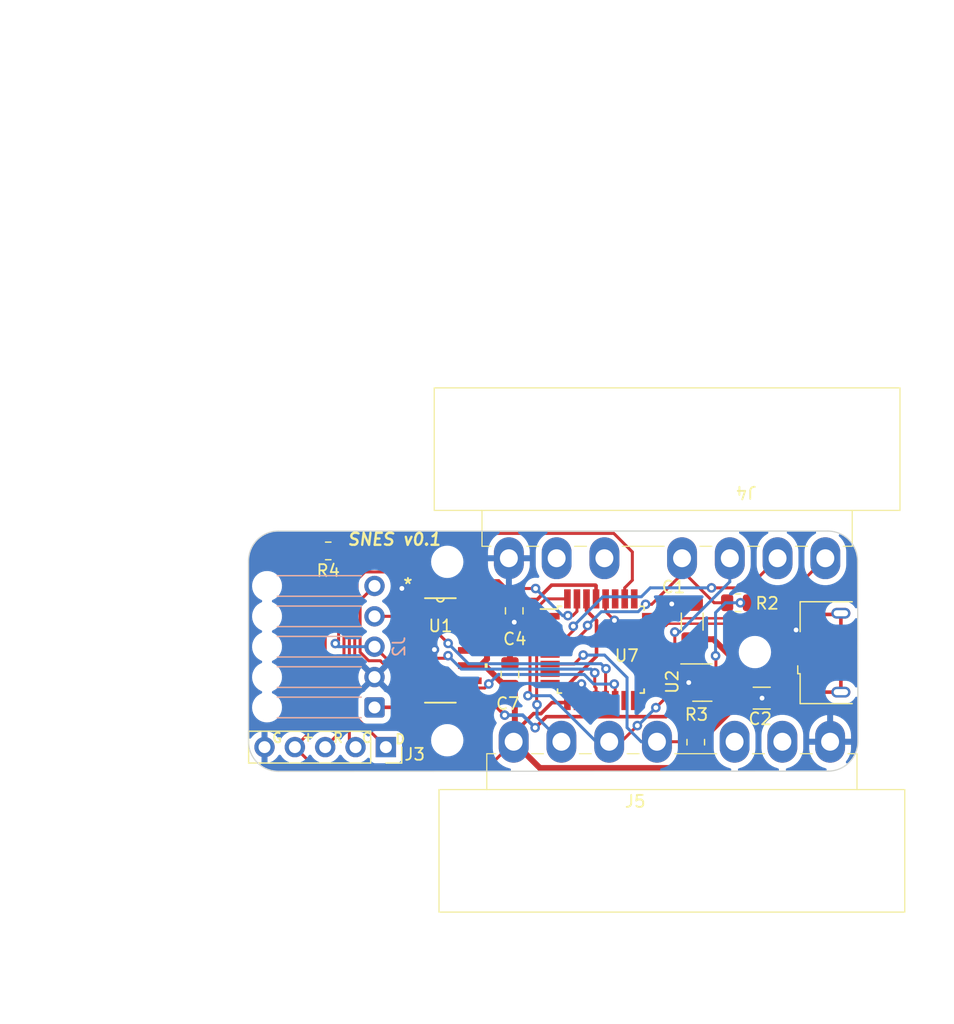
<source format=kicad_pcb>
(kicad_pcb (version 20221018) (generator pcbnew)
  (layers (0 "F.Cu" signal) (31 "B.Cu" signal) (34 "B.Paste" user) (35 "F.Paste" user) (36 "B.SilkS" user "B.Silkscreen") (37 "F.SilkS" user "F.Silkscreen") (38 "B.Mask" user) (39 "F.Mask" user) (44 "Edge.Cuts" user))
  (net 0 "")
  (net 1 "Net-(U7-VDDCORE)")
  (net 3 "+5V")
  (net 4 "/D-")
  (net 7 "/NES_DATA")
  (net 10 "/NES_LATCH_5V")
  (net 11 "/NES_CLOCK_5V")
  (net 12 "/NES_LATCH_3V")
  (net 13 "/D+")
  (net 25 "GND")
  (net 26 "unconnected-(J1-Shield-Pad6)")
  (net 27 "/RESET")
  (net 28 "+3V3")
  (net 29 "/SWCLK")
  (net 30 "/SWDIO")
  (net 32 "/NES_CLOCK_3V")
  (net 37 "/PAD_DATA_1")
  (net 38 "/PAD_LATCH")
  (net 39 "/PAD_CLOCK")
  (net 40 "/PAD_DATA_2")
  (footprint "Capacitor_SMD:C_0805_2012Metric" (layer "F.Cu") (at 144.86 70.925 -90)
    (fp_text reference "C4" (at 2.354 -0.047 -180) (layer "F.SilkS"))
    (fp_text value "1uF")
    (fp_line (start -0.261252 -0.735) (end 0.261252 -0.735) (stroke (width 0.12)) (layer "F.SilkS"))
    (fp_line (start -0.261252 0.735) (end 0.261252 0.735) (stroke (width 0.12)) (layer "F.SilkS"))
    (pad "1" smd roundrect (at -0.95 0 270) (size 1 1.45) (layers "F.Cu" "F.Paste" "F.Mask") (net 1 "Net-(U7-VDDCORE)"))
    (pad "2" smd roundrect (at 0.95 0 270) (size 1 1.45) (layers "F.Cu" "F.Paste" "F.Mask") (net 25 "GND"))
  )
  (footprint "MountingHole:MountingHole_2.2mm_M2" (layer "F.Cu") (at 139.25 66.825)
    (fp_text reference "H1")
    (fp_text value "MountingHole")
    (pad "" np_thru_hole circle (at 0 0) (size 2.2 2.2) (drill 2.2) (layers "*.Cu" "*.Mask"))
  )
  (footprint "Minor_Industries:SNES_Controller_Socket" (layer "F.Cu") (at 144.81 81.875)
    (fp_text reference "J5" (at 10.1808 4.993 unlocked) (layer "F.SilkS"))
    (fp_text value "SNES_Controller_Socket")
    (fp_line (start -6.25 4) (end -6.25 14.25) (stroke (width 0.1)) (layer "F.SilkS"))
    (fp_line (start -6.25 4) (end 32.75 4) (stroke (width 0.1)) (layer "F.SilkS"))
    (fp_line (start -6.25 14.25) (end 32.75 14.25) (stroke (width 0.1)) (layer "F.SilkS"))
    (fp_line (start -2.25 1) (end -2.25 4) (stroke (width 0.1)) (layer "F.SilkS"))
    (fp_line (start -2.25 1) (end -1.5 1) (stroke (width 0.1)) (layer "F.SilkS"))
    (fp_line (start 1.5 1) (end 2.5 1) (stroke (width 0.1)) (layer "F.SilkS"))
    (fp_line (start 5.5 1) (end 6.5 1) (stroke (width 0.1)) (layer "F.SilkS"))
    (fp_line (start 9.5 1) (end 10.5 1) (stroke (width 0.1)) (layer "F.SilkS"))
    (fp_line (start 13.5 1) (end 17 1) (stroke (width 0.1)) (layer "F.SilkS"))
    (fp_line (start 20 1) (end 21 1) (stroke (width 0.1)) (layer "F.SilkS"))
    (fp_line (start 24 1) (end 25 1) (stroke (width 0.1)) (layer "F.SilkS"))
    (fp_line (start 28 1) (end 28.75 1) (stroke (width 0.1)) (layer "F.SilkS"))
    (fp_line (start 28.75 1) (end 28.75 4) (stroke (width 0.1)) (layer "F.SilkS"))
    (fp_line (start 32.75 4) (end 32.75 14.25) (stroke (width 0.1)) (layer "F.SilkS"))
    (pad "1" thru_hole oval (at 0 0) (size 2.5 3.5) (drill 1.5) (layers "*.Cu" "*.Mask") (net 28 "+3V3"))
    (pad "2" thru_hole oval (at 4 0) (size 2.5 3.5) (drill 1.5) (layers "*.Cu" "*.Mask") (net 39 "/PAD_CLOCK"))
    (pad "3" thru_hole oval (at 8 0) (size 2.5 3.5) (drill 1.5) (layers "*.Cu" "*.Mask") (net 38 "/PAD_LATCH"))
    (pad "4" thru_hole oval (at 12 0) (size 2.5 3.5) (drill 1.5) (layers "*.Cu" "*.Mask") (net 40 "/PAD_DATA_2"))
    (pad "5" thru_hole oval (at 18.5 0) (size 2.5 3.5) (drill 1.5) (layers "*.Cu" "*.Mask"))
    (pad "6" thru_hole oval (at 22.5 0) (size 2.5 3.5) (drill 1.5) (layers "*.Cu" "*.Mask"))
    (pad "7" thru_hole oval (at 26.5 0) (size 2.5 3.5) (drill 1.5) (layers "*.Cu" "*.Mask") (net 25 "GND"))
  )
  (footprint "Package_QFP:TQFP-32_7x7mm_P0.8mm" (layer "F.Cu") (at 152.11 74.175)
    (fp_text reference "U7" (at 2.1696 0.501) (layer "F.SilkS"))
    (fp_text value "ATSAMD21E18A-A")
    (fp_line (start -3.625 -3.625) (end -3.625 -3.4) (stroke (width 0.15)) (layer "F.SilkS"))
    (fp_line (start -3.625 -3.625) (end -3.3 -3.625) (stroke (width 0.15)) (layer "F.SilkS"))
    (fp_line (start -3.625 -3.4) (end -5.05 -3.4) (stroke (width 0.15)) (layer "F.SilkS"))
    (fp_line (start -3.625 3.625) (end -3.625 3.3) (stroke (width 0.15)) (layer "F.SilkS"))
    (fp_line (start -3.625 3.625) (end -3.3 3.625) (stroke (width 0.15)) (layer "F.SilkS"))
    (fp_line (start 3.625 -3.625) (end 3.3 -3.625) (stroke (width 0.15)) (layer "F.SilkS"))
    (fp_line (start 3.625 -3.625) (end 3.625 -3.3) (stroke (width 0.15)) (layer "F.SilkS"))
    (fp_line (start 3.625 3.625) (end 3.3 3.625) (stroke (width 0.15)) (layer "F.SilkS"))
    (fp_line (start 3.625 3.625) (end 3.625 3.3) (stroke (width 0.15)) (layer "F.SilkS"))
    (pad "1" smd rect (at -4.25 -2.8) (size 1.6 0.55) (layers "F.Cu" "F.Paste" "F.Mask"))
    (pad "2" smd rect (at -4.25 -2) (size 1.6 0.55) (layers "F.Cu" "F.Paste" "F.Mask"))
    (pad "3" smd rect (at -4.25 -1.2) (size 1.6 0.55) (layers "F.Cu" "F.Paste" "F.Mask") (net 38 "/PAD_LATCH"))
    (pad "4" smd rect (at -4.25 -0.4) (size 1.6 0.55) (layers "F.Cu" "F.Paste" "F.Mask") (net 39 "/PAD_CLOCK"))
    (pad "5" smd rect (at -4.25 0.4) (size 1.6 0.55) (layers "F.Cu" "F.Paste" "F.Mask") (net 37 "/PAD_DATA_1"))
    (pad "6" smd rect (at -4.25 1.2) (size 1.6 0.55) (layers "F.Cu" "F.Paste" "F.Mask") (net 40 "/PAD_DATA_2"))
    (pad "7" smd rect (at -4.25 2) (size 1.6 0.55) (layers "F.Cu" "F.Paste" "F.Mask"))
    (pad "8" smd rect (at -4.25 2.8) (size 1.6 0.55) (layers "F.Cu" "F.Paste" "F.Mask"))
    (pad "9" smd rect (at -2.8 4.25 90) (size 1.6 0.55) (layers "F.Cu" "F.Paste" "F.Mask") (net 28 "+3V3"))
    (pad "10" smd rect (at -2 4.25 90) (size 1.6 0.55) (layers "F.Cu" "F.Paste" "F.Mask") (net 25 "GND"))
    (pad "11" smd rect (at -1.2 4.25 90) (size 1.6 0.55) (layers "F.Cu" "F.Paste" "F.Mask"))
    (pad "12" smd rect (at -0.4 4.25 90) (size 1.6 0.55) (layers "F.Cu" "F.Paste" "F.Mask") (net 7 "/NES_DATA"))
    (pad "13" smd rect (at 0.4 4.25 90) (size 1.6 0.55) (layers "F.Cu" "F.Paste" "F.Mask") (net 12 "/NES_LATCH_3V"))
    (pad "14" smd rect (at 1.2 4.25 90) (size 1.6 0.55) (layers "F.Cu" "F.Paste" "F.Mask") (net 32 "/NES_CLOCK_3V"))
    (pad "15" smd rect (at 2 4.25 90) (size 1.6 0.55) (layers "F.Cu" "F.Paste" "F.Mask"))
    (pad "16" smd rect (at 2.8 4.25 90) (size 1.6 0.55) (layers "F.Cu" "F.Paste" "F.Mask"))
    (pad "17" smd rect (at 4.25 2.8) (size 1.6 0.55) (layers "F.Cu" "F.Paste" "F.Mask"))
    (pad "18" smd rect (at 4.25 2) (size 1.6 0.55) (layers "F.Cu" "F.Paste" "F.Mask"))
    (pad "19" smd rect (at 4.25 1.2) (size 1.6 0.55) (layers "F.Cu" "F.Paste" "F.Mask"))
    (pad "20" smd rect (at 4.25 0.4) (size 1.6 0.55) (layers "F.Cu" "F.Paste" "F.Mask"))
    (pad "21" smd rect (at 4.25 -0.4) (size 1.6 0.55) (layers "F.Cu" "F.Paste" "F.Mask"))
    (pad "22" smd rect (at 4.25 -1.2) (size 1.6 0.55) (layers "F.Cu" "F.Paste" "F.Mask"))
    (pad "23" smd rect (at 4.25 -2) (size 1.6 0.55) (layers "F.Cu" "F.Paste" "F.Mask") (net 4 "/D-"))
    (pad "24" smd rect (at 4.25 -2.8) (size 1.6 0.55) (layers "F.Cu" "F.Paste" "F.Mask") (net 13 "/D+"))
    (pad "25" smd rect (at 2.8 -4.25 90) (size 1.6 0.55) (layers "F.Cu" "F.Paste" "F.Mask"))
    (pad "26" smd rect (at 2 -4.25 90) (size 1.6 0.55) (layers "F.Cu" "F.Paste" "F.Mask") (net 27 "/RESET"))
    (pad "27" smd rect (at 1.2 -4.25 90) (size 1.6 0.55) (layers "F.Cu" "F.Paste" "F.Mask"))
    (pad "28" smd rect (at 0.4 -4.25 90) (size 1.6 0.55) (layers "F.Cu" "F.Paste" "F.Mask") (net 25 "GND"))
    (pad "29" smd rect (at -0.4 -4.25 90) (size 1.6 0.55) (layers "F.Cu" "F.Paste" "F.Mask") (net 1 "Net-(U7-VDDCORE)"))
    (pad "30" smd rect (at -1.2 -4.25 90) (size 1.6 0.55) (layers "F.Cu" "F.Paste" "F.Mask") (net 28 "+3V3"))
    (pad "31" smd rect (at -2 -4.25 90) (size 1.6 0.55) (layers "F.Cu" "F.Paste" "F.Mask") (net 29 "/SWCLK"))
    (pad "32" smd rect (at -2.8 -4.25 90) (size 1.6 0.55) (layers "F.Cu" "F.Paste" "F.Mask") (net 30 "/SWDIO"))
  )
  (footprint "Resistor_SMD:R_0805_2012Metric" (layer "F.Cu") (at 163.6 70.25 180)
    (fp_text reference "R2" (at -2.4375 -0.05 180) (layer "F.SilkS"))
    (fp_text value "10k")
    (fp_line (start -0.227064 -0.735) (end 0.227064 -0.735) (stroke (width 0.12)) (layer "F.SilkS"))
    (fp_line (start -0.227064 0.735) (end 0.227064 0.735) (stroke (width 0.12)) (layer "F.SilkS"))
    (pad "1" smd roundrect (at -0.9125 0 180) (size 1.025 1.4) (layers "F.Cu" "F.Paste" "F.Mask") (roundrect_rratio 0.243902) (net 28 "+3V3"))
    (pad "2" smd roundrect (at 0.9125 0 180) (size 1.025 1.4) (layers "F.Cu" "F.Paste" "F.Mask") (roundrect_rratio 0.243902) (net 37 "/PAD_DATA_1"))
  )
  (footprint "Capacitor_SMD:C_0805_2012Metric" (layer "F.Cu") (at 144.5 76.25 90)
    (fp_text reference "C7" (at -2.4392 -0.1772) (layer "F.SilkS"))
    (fp_text value "1uF")
    (fp_line (start -0.261252 -0.735) (end 0.261252 -0.735) (stroke (width 0.12)) (layer "F.SilkS"))
    (fp_line (start -0.261252 0.735) (end 0.261252 0.735) (stroke (width 0.12)) (layer "F.SilkS"))
    (pad "1" smd roundrect (at -0.95 0 90) (size 1 1.45) (layers "F.Cu" "F.Paste" "F.Mask") (net 28 "+3V3"))
    (pad "2" smd roundrect (at 0.95 0 90) (size 1 1.45) (layers "F.Cu" "F.Paste" "F.Mask") (net 25 "GND"))
  )
  (footprint "Capacitor_SMD:C_1206_3216Metric" (layer "F.Cu") (at 159.76 71.825 90)
    (fp_text reference "C1" (at 2.8894 -1.5688) (layer "F.SilkS"))
    (fp_text value "10uF")
    (fp_line (start -0.711252 -0.91) (end 0.711252 -0.91) (stroke (width 0.12)) (layer "F.SilkS"))
    (fp_line (start -0.711252 0.91) (end 0.711252 0.91) (stroke (width 0.12)) (layer "F.SilkS"))
    (pad "1" smd roundrect (at -1.475 0 90) (size 1.15 1.8) (layers "F.Cu" "F.Paste" "F.Mask") (roundrect_rratio 0.217391) (net 3 "+5V"))
    (pad "2" smd roundrect (at 1.475 0 90) (size 1.15 1.8) (layers "F.Cu" "F.Paste" "F.Mask") (roundrect_rratio 0.217391) (net 25 "GND"))
  )
  (footprint "Package_TO_SOT_SMD:SOT-23-5" (layer "F.Cu") (at 160.61 76.925)
    (fp_text reference "U2" (at -2.5204 -0.0646 90) (layer "F.SilkS"))
    (fp_text value "AP2112K-3.3")
    (fp_line (start 0 -1.56) (end -1.8 -1.56) (stroke (width 0.12)) (layer "F.SilkS"))
    (fp_line (start 0 -1.56) (end 0.8 -1.56) (stroke (width 0.12)) (layer "F.SilkS"))
    (fp_line (start 0 1.56) (end -0.8 1.56) (stroke (width 0.12)) (layer "F.SilkS"))
    (fp_line (start 0 1.56) (end 0.8 1.56) (stroke (width 0.12)) (layer "F.SilkS"))
    (pad "1" smd roundrect (at -1.1375 -0.95) (size 1.325 0.6) (layers "F.Cu" "F.Paste" "F.Mask") (net 3 "+5V"))
    (pad "2" smd roundrect (at -1.1375 0) (size 1.325 0.6) (layers "F.Cu" "F.Paste" "F.Mask") (net 25 "GND"))
    (pad "3" smd roundrect (at -1.1375 0.95) (size 1.325 0.6) (layers "F.Cu" "F.Paste" "F.Mask") (net 3 "+5V"))
    (pad "4" smd roundrect (at 1.1375 0.95) (size 1.325 0.6) (layers "F.Cu" "F.Paste" "F.Mask"))
    (pad "5" smd roundrect (at 1.1375 -0.95) (size 1.325 0.6) (layers "F.Cu" "F.Paste" "F.Mask") (net 28 "+3V3"))
  )
  (footprint "Resistor_SMD:R_0805_2012Metric" (layer "F.Cu") (at 129.286 65.913)
    (fp_text reference "R4" (at 0 1.651 180) (layer "F.SilkS"))
    (fp_text value "10k")
    (fp_line (start -0.227064 -0.735) (end 0.227064 -0.735) (stroke (width 0.12)) (layer "F.SilkS"))
    (fp_line (start -0.227064 0.735) (end 0.227064 0.735) (stroke (width 0.12)) (layer "F.SilkS"))
    (pad "1" smd roundrect (at -0.9125 0) (size 1.025 1.4) (layers "F.Cu" "F.Paste" "F.Mask") (roundrect_rratio 0.243902) (net 28 "+3V3"))
    (pad "2" smd roundrect (at 0.9125 0) (size 1.025 1.4) (layers "F.Cu" "F.Paste" "F.Mask") (roundrect_rratio 0.243902) (net 7 "/NES_DATA"))
  )
  (footprint "Resistor_SMD:R_0805_2012Metric" (layer "F.Cu") (at 160.06 81.9125 90)
    (fp_text reference "R3" (at 2.3089 0.0616 180) (layer "F.SilkS"))
    (fp_text value "10k")
    (fp_line (start -0.227064 -0.735) (end 0.227064 -0.735) (stroke (width 0.12)) (layer "F.SilkS"))
    (fp_line (start -0.227064 0.735) (end 0.227064 0.735) (stroke (width 0.12)) (layer "F.SilkS"))
    (pad "1" smd roundrect (at -0.9125 0 90) (size 1.025 1.4) (layers "F.Cu" "F.Paste" "F.Mask") (roundrect_rratio 0.243902) (net 28 "+3V3"))
    (pad "2" smd roundrect (at 0.9125 0 90) (size 1.025 1.4) (layers "F.Cu" "F.Paste" "F.Mask") (roundrect_rratio 0.243902) (net 40 "/PAD_DATA_2"))
  )
  (footprint "Minor_Industries:SNES_Controller_Socket" (layer "F.Cu") (at 170.91 66.525 180)
    (fp_text reference "J4" (at 6.6228 5.5142 180 unlocked) (layer "F.SilkS"))
    (fp_text value "SNES_Controller_Socket")
    (fp_line (start -6.25 4) (end -6.25 14.25) (stroke (width 0.1)) (layer "F.SilkS"))
    (fp_line (start -6.25 4) (end 32.75 4) (stroke (width 0.1)) (layer "F.SilkS"))
    (fp_line (start -6.25 14.25) (end 32.75 14.25) (stroke (width 0.1)) (layer "F.SilkS"))
    (fp_line (start -2.25 1) (end -2.25 4) (stroke (width 0.1)) (layer "F.SilkS"))
    (fp_line (start -2.25 1) (end -1.5 1) (stroke (width 0.1)) (layer "F.SilkS"))
    (fp_line (start 1.5 1) (end 2.5 1) (stroke (width 0.1)) (layer "F.SilkS"))
    (fp_line (start 5.5 1) (end 6.5 1) (stroke (width 0.1)) (layer "F.SilkS"))
    (fp_line (start 9.5 1) (end 10.5 1) (stroke (width 0.1)) (layer "F.SilkS"))
    (fp_line (start 13.5 1) (end 17 1) (stroke (width 0.1)) (layer "F.SilkS"))
    (fp_line (start 20 1) (end 21 1) (stroke (width 0.1)) (layer "F.SilkS"))
    (fp_line (start 24 1) (end 25 1) (stroke (width 0.1)) (layer "F.SilkS"))
    (fp_line (start 28 1) (end 28.75 1) (stroke (width 0.1)) (layer "F.SilkS"))
    (fp_line (start 28.75 1) (end 28.75 4) (stroke (width 0.1)) (layer "F.SilkS"))
    (fp_line (start 32.75 4) (end 32.75 14.25) (stroke (width 0.1)) (layer "F.SilkS"))
    (pad "1" thru_hole oval (at 0 0 180) (size 2.5 3.5) (drill 1.5) (layers "*.Cu" "*.Mask") (net 28 "+3V3"))
    (pad "2" thru_hole oval (at 4 0 180) (size 2.5 3.5) (drill 1.5) (layers "*.Cu" "*.Mask") (net 39 "/PAD_CLOCK"))
    (pad "3" thru_hole oval (at 8 0 180) (size 2.5 3.5) (drill 1.5) (layers "*.Cu" "*.Mask") (net 38 "/PAD_LATCH"))
    (pad "4" thru_hole oval (at 12 0 180) (size 2.5 3.5) (drill 1.5) (layers "*.Cu" "*.Mask") (net 37 "/PAD_DATA_1"))
    (pad "5" thru_hole oval (at 18.5 0 180) (size 2.5 3.5) (drill 1.5) (layers "*.Cu" "*.Mask"))
    (pad "6" thru_hole oval (at 22.5 0 180) (size 2.5 3.5) (drill 1.5) (layers "*.Cu" "*.Mask"))
    (pad "7" thru_hole oval (at 26.5 0 180) (size 2.5 3.5) (drill 1.5) (layers "*.Cu" "*.Mask") (net 25 "GND"))
  )
  (footprint "Capacitor_SMD:C_1206_3216Metric" (layer "F.Cu") (at 165.585 78.225)
    (fp_text reference "C2" (at -0.1294 1.7342 180) (layer "F.SilkS"))
    (fp_text value "10uF")
    (fp_line (start -0.711252 -0.91) (end 0.711252 -0.91) (stroke (width 0.12)) (layer "F.SilkS"))
    (fp_line (start -0.711252 0.91) (end 0.711252 0.91) (stroke (width 0.12)) (layer "F.SilkS"))
    (pad "1" smd roundrect (at -1.475 0) (size 1.15 1.8) (layers "F.Cu" "F.Paste" "F.Mask") (roundrect_rratio 0.217391) (net 28 "+3V3"))
    (pad "2" smd roundrect (at 1.475 0) (size 1.15 1.8) (layers "F.Cu" "F.Paste" "F.Mask") (roundrect_rratio 0.217391) (net 25 "GND"))
  )
  (footprint "Connector_USB:USB_Micro-B_Amphenol_10118193-0001LF_Horizontal" (layer "F.Cu") (at 172.21 74.425 90)
    (fp_text reference "J1")
    (fp_text value "USB_B_Micro")
    (fp_line (start -4.26 -3.41) (end -4.26 0.95) (stroke (width 0.12)) (layer "F.SilkS"))
    (fp_line (start -4.26 -3.41) (end -1.76 -3.41) (stroke (width 0.12)) (layer "F.SilkS"))
    (fp_line (start -1.76 -3.41) (end -1.76 -3.61) (stroke (width 0.12)) (layer "F.SilkS"))
    (fp_line (start -1.1 -3.61) (end -1.76 -3.61) (stroke (width 0.12)) (layer "F.SilkS"))
    (fp_line (start 1.76 -3.41) (end 4.26 -3.41) (stroke (width 0.12)) (layer "F.SilkS"))
    (fp_line (start 4.26 -3.41) (end 4.26 0.95) (stroke (width 0.12)) (layer "F.SilkS"))
    (pad "1" smd roundrect (at -1.3 -2.675 90) (size 0.4 1.35) (layers "F.Cu" "F.Paste" "F.Mask") (net 3 "+5V"))
    (pad "2" smd roundrect (at -0.65 -2.675 90) (size 0.4 1.35) (layers "F.Cu" "F.Paste" "F.Mask") (net 4 "/D-"))
    (pad "3" smd roundrect (at 0 -2.675 90) (size 0.4 1.35) (layers "F.Cu" "F.Paste" "F.Mask") (net 13 "/D+"))
    (pad "4" smd roundrect (at 0.65 -2.675 90) (size 0.4 1.35) (layers "F.Cu" "F.Paste" "F.Mask"))
    (pad "5" smd roundrect (at 1.3 -2.675 90) (size 0.4 1.35) (layers "F.Cu" "F.Paste" "F.Mask") (net 25 "GND"))
    (pad "6" thru_hole oval (at -3.3 0 180) (size 1.6 0.9) (drill oval 1.2 0.5) (layers "*.Cu" "*.Mask" "F.Paste") (net 26 "unconnected-(J1-Shield-Pad6)"))
    (pad "6" smd roundrect (at -3.2 -2.45 90) (size 1.6 1.4) (layers "F.Cu" "F.Paste" "F.Mask") (roundrect_rratio 0.1785714286) (net 26 "unconnected-(J1-Shield-Pad6)"))
    (pad "6" smd roundrect (at -1.2 0 90) (size 1.9 1.9) (layers "F.Cu" "F.Paste" "F.Mask") (roundrect_rratio 0.1315789474) (net 26 "unconnected-(J1-Shield-Pad6)"))
    (pad "6" smd roundrect (at 1.2 0 90) (size 1.9 1.9) (layers "F.Cu" "F.Paste" "F.Mask") (roundrect_rratio 0.1315789474) (net 26 "unconnected-(J1-Shield-Pad6)"))
    (pad "6" smd roundrect (at 3.2 -2.45 90) (size 1.6 1.4) (layers "F.Cu" "F.Paste" "F.Mask") (roundrect_rratio 0.1785714286) (net 26 "unconnected-(J1-Shield-Pad6)"))
    (pad "6" thru_hole oval (at 3.3 0 180) (size 1.6 0.9) (drill oval 1.2 0.5) (layers "*.Cu" "*.Mask" "F.Paste") (net 26 "unconnected-(J1-Shield-Pad6)"))
  )
  (footprint "Connector_PinSocket_2.54mm:PinSocket_1x05_P2.54mm_Vertical" (layer "F.Cu") (at 134.11 82.325 -90)
    (fp_text reference "J3" (at 0.606 -2.415) (layer "F.SilkS"))
    (fp_text value "Conn_01x05")
    (fp_line (start -1.33 1.27) (end -1.33 11.49) (stroke (width 0.12)) (layer "F.SilkS"))
    (fp_line (start -1.33 1.27) (end 1.33 1.27) (stroke (width 0.12)) (layer "F.SilkS"))
    (fp_line (start -1.33 11.49) (end 1.33 11.49) (stroke (width 0.12)) (layer "F.SilkS"))
    (fp_line (start 0 -1.33) (end 1.33 -1.33) (stroke (width 0.12)) (layer "F.SilkS"))
    (fp_line (start 1.33 -1.33) (end 1.33 0) (stroke (width 0.12)) (layer "F.SilkS"))
    (fp_line (start 1.33 1.27) (end 1.33 11.49) (stroke (width 0.12)) (layer "F.SilkS"))
    (pad "1" thru_hole rect (at 0 0 270) (size 1.7 1.7) (drill 1) (layers "*.Cu" "*.Mask") (net 30 "/SWDIO"))
    (pad "2" thru_hole oval (at 0 2.54 270) (size 1.7 1.7) (drill 1) (layers "*.Cu" "*.Mask") (net 29 "/SWCLK"))
    (pad "3" thru_hole oval (at 0 5.08 270) (size 1.7 1.7) (drill 1) (layers "*.Cu" "*.Mask") (net 27 "/RESET"))
    (pad "4" thru_hole oval (at 0 7.62 270) (size 1.7 1.7) (drill 1) (layers "*.Cu" "*.Mask") (net 28 "+3V3"))
    (pad "5" thru_hole oval (at 0 10.16 270) (size 1.7 1.7) (drill 1) (layers "*.Cu" "*.Mask") (net 25 "GND"))
  )
  (footprint "Minor_Industries:SN74LVC125ADR" (layer "F.Cu") (at 138.6738 74.235)
    (fp_text reference "U1" (at 0.0102 -2.0482 unlocked) (layer "F.SilkS"))
    (fp_text value "SN74LVC125ADR")
    (fp_text user "*" (at -2.7178 -5.5118 unlocked) (layer "F.SilkS"))
    (fp_text user "*" (at -2.7178 -5.5118) (layer "F.SilkS"))
    (fp_line (start -1.292503 4.3688) (end 1.292503 4.3688) (stroke (width 0.1524)) (layer "F.SilkS"))
    (fp_line (start 1.292503 -4.3688) (end -1.292503 -4.3688) (stroke (width 0.1524)) (layer "F.SilkS"))
    (fp_arc (start 0.3048 -4.3688) (mid 0 -4.064) (end -0.3048 -4.3688) (stroke (width 0.1524)) (layer "F.SilkS"))
    (fp_poly (pts (xy 3.9624 1.0795) (xy 3.9624 1.4605) (xy 3.7084 1.4605) (xy 3.7084 1.0795)) (fill solid) (layer "F.SilkS"))
    (pad "1" smd rect (at -2.4638 -3.81) (size 1.9812 0.5588) (layers "F.Cu" "F.Paste" "F.Mask") (net 25 "GND"))
    (pad "2" smd rect (at -2.4638 -2.54) (size 1.9812 0.5588) (layers "F.Cu" "F.Paste" "F.Mask") (net 10 "/NES_LATCH_5V"))
    (pad "3" smd rect (at -2.4638 -1.27) (size 1.9812 0.5588) (layers "F.Cu" "F.Paste" "F.Mask") (net 12 "/NES_LATCH_3V"))
    (pad "4" smd rect (at -2.4638 0) (size 1.9812 0.5588) (layers "F.Cu" "F.Paste" "F.Mask") (net 25 "GND"))
    (pad "5" smd rect (at -2.4638 1.27) (size 1.9812 0.5588) (layers "F.Cu" "F.Paste" "F.Mask") (net 11 "/NES_CLOCK_5V"))
    (pad "6" smd rect (at -2.4638 2.54) (size 1.9812 0.5588) (layers "F.Cu" "F.Paste" "F.Mask") (net 32 "/NES_CLOCK_3V"))
    (pad "7" smd rect (at -2.4638 3.81) (size 1.9812 0.5588) (layers "F.Cu" "F.Paste" "F.Mask") (net 25 "GND"))
    (pad "8" smd rect (at 2.4638 3.81) (size 1.9812 0.5588) (layers "F.Cu" "F.Paste" "F.Mask"))
    (pad "9" smd rect (at 2.4638 2.54) (size 1.9812 0.5588) (layers "F.Cu" "F.Paste" "F.Mask"))
    (pad "10" smd rect (at 2.4638 1.27) (size 1.9812 0.5588) (layers "F.Cu" "F.Paste" "F.Mask") (net 28 "+3V3"))
    (pad "11" smd rect (at 2.4638 0) (size 1.9812 0.5588) (layers "F.Cu" "F.Paste" "F.Mask"))
    (pad "12" smd rect (at 2.4638 -1.27) (size 1.9812 0.5588) (layers "F.Cu" "F.Paste" "F.Mask"))
    (pad "13" smd rect (at 2.4638 -2.54) (size 1.9812 0.5588) (layers "F.Cu" "F.Paste" "F.Mask") (net 28 "+3V3"))
    (pad "14" smd rect (at 2.4638 -3.81) (size 1.9812 0.5588) (layers "F.Cu" "F.Paste" "F.Mask") (net 28 "+3V3"))
  )
  (footprint "MountingHole:MountingHole_2.2mm_M2" (layer "F.Cu") (at 139.25 81.75)
    (fp_text reference "H3")
    (fp_text value "MountingHole")
    (pad "" np_thru_hole circle (at 0 0) (size 2.2 2.2) (drill 2.2) (layers "*.Cu" "*.Mask"))
  )
  (footprint "MountingHole:MountingHole_2.2mm_M2" (layer "F.Cu") (at 165.01 74.375)
    (fp_text reference "H2")
    (fp_text value "MountingHole")
    (pad "" np_thru_hole circle (at 0 0) (size 2.2 2.2) (drill 2.2) (layers "*.Cu" "*.Mask"))
  )
  (footprint "Connector_Wire:SolderWire-0.15sqmm_1x05_P4mm_D0.5mm_OD1.5mm_Relief" (layer "B.Cu") (at 133.16 79.005 90)
    (fp_text reference "J2" (at 5.08 2.05 90) (layer "B.SilkS") (effects (justify mirror)))
    (fp_text value "NES")
    (fp_line (start -0.86 -1.11) (end -0.86 -8.14) (stroke (width 0.12)) (layer "B.SilkS"))
    (fp_line (start 0.86 -1.11) (end 0.86 -8.14) (stroke (width 0.12)) (layer "B.SilkS"))
    (fp_line (start 1.68 -1.11) (end 1.68 -8.14) (stroke (width 0.12)) (layer "B.SilkS"))
    (fp_line (start 3.4 -1.11) (end 3.4 -8.14) (stroke (width 0.12)) (layer "B.SilkS"))
    (fp_line (start 4.22 -1.11) (end 4.22 -8.14) (stroke (width 0.12)) (layer "B.SilkS"))
    (fp_line (start 5.94 -1.11) (end 5.94 -8.14) (stroke (width 0.12)) (layer "B.SilkS"))
    (fp_line (start 6.76 -1.11) (end 6.76 -8.14) (stroke (width 0.12)) (layer "B.SilkS"))
    (fp_line (start 8.48 -1.11) (end 8.48 -8.14) (stroke (width 0.12)) (layer "B.SilkS"))
    (fp_line (start 9.3 -1.11) (end 9.3 -8.14) (stroke (width 0.12)) (layer "B.SilkS"))
    (fp_line (start 11.02 -1.11) (end 11.02 -8.14) (stroke (width 0.12)) (layer "B.SilkS"))
    (pad "" np_thru_hole circle (at 0 -9 90) (size 2 2) (drill 2) (layers "*.Cu" "*.Mask"))
    (pad "" np_thru_hole circle (at 2.54 -9 90) (size 2 2) (drill 2) (layers "*.Cu" "*.Mask"))
    (pad "" np_thru_hole circle (at 5.08 -9 90) (size 2 2) (drill 2) (layers "*.Cu" "*.Mask"))
    (pad "" np_thru_hole circle (at 7.62 -9 90) (size 2 2) (drill 2) (layers "*.Cu" "*.Mask"))
    (pad "" np_thru_hole circle (at 10.16 -9 90) (size 2 2) (drill 2) (layers "*.Cu" "*.Mask"))
    (pad "1" thru_hole roundrect (at 0 0 90) (size 1.7 1.7) (drill 1) (layers "*.Cu" "*.Mask") (roundrect_rratio 0.147059) (net 3 "+5V"))
    (pad "2" thru_hole circle (at 2.54 0 90) (size 1.7 1.7) (drill 1) (layers "*.Cu" "*.Mask") (net 25 "GND"))
    (pad "3" thru_hole circle (at 5.08 0 90) (size 1.7 1.7) (drill 1) (layers "*.Cu" "*.Mask") (net 7 "/NES_DATA"))
    (pad "4" thru_hole circle (at 7.62 0 90) (size 1.7 1.7) (drill 1) (layers "*.Cu" "*.Mask") (net 10 "/NES_LATCH_5V"))
    (pad "5" thru_hole circle (at 10.16 0 90) (size 1.7 1.7) (drill 1) (layers "*.Cu" "*.Mask") (net 11 "/NES_CLOCK_5V"))
  )
  (gr_arc (start 122.61 66.75) (mid 123.342236 64.982248) (end 125.11 64.25) (stroke (width 0.1)) (layer "Edge.Cuts"))
  (gr_line (start 125.11 84.35) (end 171.142239 84.332219) (stroke (width 0.1)) (layer "Edge.Cuts"))
  (gr_arc (start 171.11 64.25) (mid 172.877767 64.982233) (end 173.61 66.75) (stroke (width 0.1)) (layer "Edge.Cuts"))
  (gr_line (start 125.11 64.25) (end 171.11 64.25) (stroke (width 0.1)) (layer "Edge.Cuts"))
  (gr_line (start 173.61 66.75) (end 173.642239 81.832219) (stroke (width 0.1)) (layer "Edge.Cuts"))
  (gr_arc (start 173.642239 81.832219) (mid 172.909996 83.599952) (end 171.142239 84.332219) (stroke (width 0.1)) (layer "Edge.Cuts"))
  (gr_arc (start 125.11 84.35) (mid 123.342205 83.617782) (end 122.61 81.85) (stroke (width 0.1)) (layer "Edge.Cuts"))
  (gr_line (start 122.61 66.75) (end 122.61 81.85) (stroke (width 0.1)) (layer "Edge.Cuts"))
  (gr_text "G" (at 124.51 82.025) (layer "F.SilkS") (effects (font (size 0.8 0.8)) (justify left bottom)))
  (gr_text "SNES v0.1" (at 130.81 65.532) (layer "F.SilkS") (effects (font (size 1 1) (thickness 0.2) bold italic) (justify left bottom)))
  (gr_text "C" (at 132.01 82.025) (layer "F.SilkS") (effects (font (size 0.8 0.8)) (justify left bottom)))
  (gr_text "+" (at 127.01 81.925) (layer "F.SilkS") (effects (font (size 0.8 0.8)) (justify left bottom)))
  (gr_text "D" (at 134.81 82.125) (layer "F.SilkS") (effects (font (size 0.8 0.8)) (justify left bottom)))
  (gr_text "R" (at 129.61 82.025) (layer "F.SilkS") (effects (font (size 0.8 0.8)) (justify left bottom)))
  (segment (start 151.71 68.825) (end 151.71 69.925) (width 0.3) (layer "F.Cu") (net 1))
  (segment (start 144.86 69.975) (end 144.862 69.977) (width 0.3) (layer "F.Cu") (net 1))
  (segment (start 147.989339 68.7745) (end 151.6595 68.7745) (width 0.3) (layer "F.Cu") (net 1))
  (segment (start 151.6595 68.7745) (end 151.71 68.825) (width 0.3) (layer "F.Cu") (net 1))
  (segment (start 146.786839 69.977) (end 147.989339 68.7745) (width 0.3) (layer "F.Cu") (net 1))
  (segment (start 144.862 69.977) (end 146.786839 69.977) (width 0.3) (layer "F.Cu") (net 1))
  (segment (start 143.4045 78.994) (end 133.171 78.994) (width 0.3) (layer "F.Cu") (net 3))
  (segment (start 161.535 73.3) (end 159.76 73.3) (width 0.5) (layer "F.Cu") (net 3))
  (segment (start 144.0605 79.65) (end 143.4045 78.994) (width 0.3) (layer "F.Cu") (net 3))
  (segment (start 146.628788 80.700057) (end 147.553845 79.775) (width 0.3) (layer "F.Cu") (net 3))
  (segment (start 160.585 76.526472) (end 160.585 77.323528) (width 0.5) (layer "F.Cu") (net 3))
  (segment (start 159.4725 75.975) (end 160.033528 75.975) (width 0.5) (layer "F.Cu") (net 3))
  (segment (start 164.21 75.975) (end 161.535 73.3) (width 0.5) (layer "F.Cu") (net 3))
  (segment (start 169.285 75.975) (end 164.21 75.975) (width 0.5) (layer "F.Cu") (net 3))
  (segment (start 160.033528 77.875) (end 159.4725 77.875) (width 0.5) (layer "F.Cu") (net 3))
  (segment (start 160.033528 75.975) (end 160.585 76.526472) (width 0.5) (layer "F.Cu") (net 3))
  (segment (start 133.171 78.994) (end 133.16 79.005) (width 0.3) (layer "F.Cu") (net 3))
  (segment (start 160.585 77.323528) (end 160.033528 77.875) (width 0.5) (layer "F.Cu") (net 3))
  (segment (start 157.5725 79.775) (end 159.4725 77.875) (width 0.3) (layer "F.Cu") (net 3))
  (segment (start 159.76 75.6875) (end 159.4725 75.975) (width 0.5) (layer "F.Cu") (net 3))
  (segment (start 169.535 75.725) (end 169.285 75.975) (width 0.5) (layer "F.Cu") (net 3))
  (segment (start 147.553845 79.775) (end 157.5725 79.775) (width 0.3) (layer "F.Cu") (net 3))
  (segment (start 159.76 73.3) (end 159.76 75.6875) (width 0.5) (layer "F.Cu") (net 3))
  (segment (start 146.610459 80.700057) (end 146.628788 80.700057) (width 0.3) (layer "F.Cu") (net 3))
  (via (at 146.610459 80.700057) (size 0.8) (drill 0.4) (layers "F.Cu" "B.Cu") (net 3))
  (via (at 144.0605 79.65) (size 0.8) (drill 0.4) (layers "F.Cu" "B.Cu") (net 3))
  (segment (start 146.610459 80.700057) (end 145.560402 79.65) (width 0.3) (layer "B.Cu") (net 3))
  (segment (start 145.560402 79.65) (end 144.0605 79.65) (width 0.3) (layer "B.Cu") (net 3))
  (segment (start 169.385 74.925) (end 169.535 75.075) (width 0.2) (layer "F.Cu") (net 4))
  (segment (start 157.560001 72.175) (end 157.735001 72) (width 0.2) (layer "F.Cu") (net 4))
  (segment (start 157.735001 72) (end 165.869315 72) (width 0.2) (layer "F.Cu") (net 4))
  (segment (start 156.36 72.175) (end 157.560001 72.175) (width 0.2) (layer "F.Cu") (net 4))
  (segment (start 165.869315 72) (end 168.794315 74.925) (width 0.2) (layer "F.Cu") (net 4))
  (segment (start 168.794315 74.925) (end 169.385 74.925) (width 0.2) (layer "F.Cu") (net 4))
  (segment (start 134.126025 74.891025) (end 133.16 73.925) (width 0.25) (layer "F.Cu") (net 7))
  (segment (start 129.8785 73.66) (end 130.153 73.3855) (width 0.25) (layer "F.Cu") (net 7))
  (segment (start 151.601882 76.109118) (end 151.601882 77.266882) (width 0.25) (layer "F.Cu") (net 7))
  (segment (start 130.153 65.9585) (end 130.1985 65.913) (width 0.25) (layer "F.Cu") (net 7))
  (segment (start 139.103975 74.891025) (end 134.126025 74.891025) (width 0.25) (layer "F.Cu") (net 7))
  (segment (start 139.319 74.676) (end 139.103975 74.891025) (width 0.25) (layer "F.Cu") (net 7))
  (segment (start 151.601882 77.266882) (end 151.71 77.375) (width 0.25) (layer "F.Cu") (net 7))
  (segment (start 130.153 73.3855) (end 130.153 65.9585) (width 0.25) (layer "F.Cu") (net 7))
  (segment (start 151.71 77.375) (end 151.71 78.425) (width 0.25) (layer "F.Cu") (net 7))
  (via (at 129.8785 73.66) (size 0.8) (drill 0.4) (layers "F.Cu" "B.Cu") (net 7))
  (via (at 139.319 74.676) (size 0.8) (drill 0.4) (layers "F.Cu" "B.Cu") (net 7))
  (via (at 151.601882 76.109118) (size 0.8) (drill 0.4) (layers "F.Cu" "B.Cu") (net 7))
  (segment (start 129.8785 73.66) (end 130.1435 73.925) (width 0.25) (layer "B.Cu") (net 7))
  (segment (start 140.443 75.8) (end 139.319 74.676) (width 0.25) (layer "B.Cu") (net 7))
  (segment (start 151.601882 76.109118) (end 151.292764 75.8) (width 0.25) (layer "B.Cu") (net 7))
  (segment (start 130.1435 73.925) (end 133.16 73.925) (width 0.25) (layer "B.Cu") (net 7))
  (segment (start 151.292764 75.8) (end 140.443 75.8) (width 0.25) (layer "B.Cu") (net 7))
  (segment (start 135.9 71.385) (end 136.21 71.695) (width 0.25) (layer "F.Cu") (net 10))
  (segment (start 133.16 71.385) (end 135.9 71.385) (width 0.25) (layer "F.Cu") (net 10))
  (segment (start 131.953 70.052) (end 133.16 68.845) (width 0.25) (layer "F.Cu") (net 11))
  (segment (start 132.673299 75.1) (end 131.953 74.379701) (width 0.25) (layer "F.Cu") (net 11))
  (segment (start 133.646701 75.1) (end 132.673299 75.1) (width 0.25) (layer "F.Cu") (net 11))
  (segment (start 131.953 74.379701) (end 131.953 70.052) (width 0.25) (layer "F.Cu") (net 11))
  (segment (start 136.21 75.505) (end 134.051701 75.505) (width 0.25) (layer "F.Cu") (net 11))
  (segment (start 134.051701 75.505) (end 133.646701 75.1) (width 0.25) (layer "F.Cu") (net 11))
  (segment (start 132.905 69.1) (end 133.16 68.845) (width 0.25) (layer "B.Cu") (net 11))
  (segment (start 152.51 75.798905) (end 152.51 78.425) (width 0.25) (layer "F.Cu") (net 12))
  (segment (start 152.541249 75.767656) (end 152.51 75.798905) (width 0.25) (layer "F.Cu") (net 12))
  (segment (start 138.640849 72.965) (end 136.21 72.965) (width 0.25) (layer "F.Cu") (net 12))
  (segment (start 139.324723 73.648874) (end 138.640849 72.965) (width 0.25) (layer "F.Cu") (net 12))
  (via (at 152.541249 75.767656) (size 0.8) (drill 0.4) (layers "F.Cu" "B.Cu") (net 12))
  (via (at 139.324723 73.648874) (size 0.8) (drill 0.4) (layers "F.Cu" "B.Cu") (net 12))
  (segment (start 152.541249 75.767656) (end 152.123593 75.35) (width 0.25) (layer "B.Cu") (net 12))
  (segment (start 152.123593 75.35) (end 141.025849 75.35) (width 0.25) (layer "B.Cu") (net 12))
  (segment (start 141.025849 75.35) (end 139.324723 73.648874) (width 0.25) (layer "B.Cu") (net 12))
  (segment (start 157.735001 71.55) (end 166.069315 71.55) (width 0.2) (layer "F.Cu") (net 13))
  (segment (start 166.069315 71.55) (end 168.794315 74.275) (width 0.2) (layer "F.Cu") (net 13))
  (segment (start 156.36 71.375) (end 157.560001 71.375) (width 0.2) (layer "F.Cu") (net 13))
  (segment (start 168.794315 74.275) (end 169.371397 74.275) (width 0.2) (layer "F.Cu") (net 13))
  (segment (start 157.560001 71.375) (end 157.735001 71.55) (width 0.2) (layer "F.Cu") (net 13))
  (segment (start 169.521397 74.425) (end 169.535 74.425) (width 0.2) (layer "F.Cu") (net 13))
  (segment (start 169.371397 74.275) (end 169.521397 74.425) (width 0.2) (layer "F.Cu") (net 13))
  (segment (start 169.535 73.125) (end 169.06 73.125) (width 0.5) (layer "F.Cu") (net 25))
  (segment (start 144.86 71.875) (end 144.5 72.235) (width 0.5) (layer "F.Cu") (net 25))
  (segment (start 138.107525 74.235) (end 136.21 74.235) (width 0.25) (layer "F.Cu") (net 25))
  (segment (start 169.06 73.125) (end 168.46 72.525) (width 0.5) (layer "F.Cu") (net 25))
  (segment (start 144.5 72.235) (end 144.5 75.3) (width 0.5) (layer "F.Cu") (net 25))
  (segment (start 152.51 69.925) (end 152.51 70.9845) (width 0.25) (layer "F.Cu") (net 25))
  (segment (start 136.21 70.425) (end 136.21 69.81) (width 0.25) (layer "F.Cu") (net 25))
  (segment (start 150.11 77.422149) (end 150.11 78.425) (width 0.25) (layer "F.Cu") (net 25))
  (segment (start 136.21 78.045) (end 134.74 78.045) (width 0.25) (layer "F.Cu") (net 25))
  (segment (start 134.74 78.045) (end 133.16 76.465) (width 0.25) (layer "F.Cu") (net 25))
  (segment (start 138.176 74.166525) (end 138.107525 74.235) (width 0.25) (layer "F.Cu") (net 25))
  (segment (start 167.06 78.225) (end 165.61 78.225) (width 0.5) (layer "F.Cu") (net 25))
  (segment (start 159.76 70.35) (end 158.05 70.35) (width 0.5) (layer "F.Cu") (net 25))
  (segment (start 152.51 70.9845) (end 153.25 71.7245) (width 0.25) (layer "F.Cu") (net 25))
  (segment (start 150.487858 77.044291) (end 150.11 77.422149) (width 0.25) (layer "F.Cu") (net 25))
  (segment (start 136.21 69.81) (end 135.45 69.05) (width 0.25) (layer "F.Cu") (net 25))
  (via (at 158.05 70.35) (size 0.8) (drill 0.4) (layers "F.Cu" "B.Cu") (net 25))
  (via (at 159.4725 76.925) (size 0.8) (drill 0.4) (layers "F.Cu" "B.Cu") (net 25))
  (via (at 168.46 72.525) (size 0.8) (drill 0.4) (layers "F.Cu" "B.Cu") (net 25))
  (via (at 135.45 69.05) (size 0.8) (drill 0.4) (layers "F.Cu" "B.Cu") (net 25))
  (via (at 138.176 74.166525) (size 0.8) (drill 0.4) (layers "F.Cu" "B.Cu") (net 25))
  (via (at 144.86 71.875) (size 0.8) (drill 0.4) (layers "F.Cu" "B.Cu") (net 25))
  (via (at 150.487858 77.044291) (size 0.8) (drill 0.4) (layers "F.Cu" "B.Cu") (net 25))
  (via (at 165.61 78.225) (size 0.8) (drill 0.4) (layers "F.Cu" "B.Cu") (net 25))
  (via (at 153.25 71.7245) (size 0.8) (drill 0.4) (layers "F.Cu" "B.Cu") (net 25))
  (segment (start 169.86 77.725) (end 169.76 77.625) (width 0.3) (layer "F.Cu") (net 26))
  (segment (start 169.76 71.225) (end 172.11 71.225) (width 0.3) (layer "F.Cu") (net 26))
  (segment (start 172.21 75.625) (end 172.21 77.725) (width 0.3) (layer "F.Cu") (net 26))
  (segment (start 172.21 73.225) (end 172.21 75.625) (width 0.3) (layer "F.Cu") (net 26))
  (segment (start 172.21 71.125) (end 172.21 73.225) (width 0.3) (layer "F.Cu") (net 26))
  (segment (start 172.11 71.225) (end 172.21 71.125) (width 0.3) (layer "F.Cu") (net 26))
  (segment (start 172.21 77.725) (end 169.86 77.725) (width 0.3) (layer "F.Cu") (net 26))
  (segment (start 153.2 64.45) (end 154.75 66) (width 0.25) (layer "F.Cu") (net 27))
  (segment (start 154.11 69) (end 154.11 69.925) (width 0.25) (layer "F.Cu") (net 27))
  (segment (start 131.982208 66.77) (end 131.985 66.77) (width 0.25) (layer "F.Cu") (net 27))
  (segment (start 131.985 66.77) (end 134.305 64.45) (width 0.25) (layer "F.Cu") (net 27))
  (segment (start 134.305 64.45) (end 153.2 64.45) (width 0.25) (layer "F.Cu") (net 27))
  (segment (start 130.603 68.149208) (end 131.982208 66.77) (width 0.25) (layer "F.Cu") (net 27))
  (segment (start 129.03 82.325) (end 130.603 80.752) (width 0.25) (layer "F.Cu") (net 27))
  (segment (start 154.75 66) (end 154.75 68.36) (width 0.25) (layer "F.Cu") (net 27))
  (segment (start 130.603 80.752) (end 130.603 68.149208) (width 0.25) (layer "F.Cu") (net 27))
  (segment (start 154.75 68.36) (end 154.11 69) (width 0.25) (layer "F.Cu") (net 27))
  (segment (start 144.81 81.19) (end 144.81 81.875) (width 0.3) (layer "F.Cu") (net 28))
  (segment (start 144.91 81.775) (end 144.81 81.875) (width 0.5) (layer "F.Cu") (net 28))
  (segment (start 147.01 84.075) (end 144.81 81.875) (width 0.5) (layer "F.Cu") (net 28))
  (segment (start 129.032 66.5715) (end 128.3735 65.913) (width 0.25) (layer "F.Cu") (net 28))
  (segment (start 149.31 78.425) (end 149.31 77.161488) (width 0.3) (layer "F.Cu") (net 28))
  (segment (start 141.1376 75.505) (end 142.0376 75.505) (width 0.5) (layer "F.Cu") (net 28))
  (segment (start 148.021739 78.6) (end 147.096739 79.525) (width 0.3) (layer "F.Cu") (net 28))
  (segment (start 146.475 79.525) (end 144.81 81.19) (width 0.3) (layer "F.Cu") (net 28))
  (segment (start 161.25 81.635) (end 160.06 82.825) (width 0.5) (layer "F.Cu") (net 28))
  (segment (start 144.91 77.61) (end 144.91 81.775) (width 0.5) (layer "F.Cu") (net 28))
  (segment (start 142.685 84) (end 144.81 81.875) (width 0.25) (layer "F.Cu") (net 28))
  (segment (start 142.0376 71.695) (end 141.1376 71.695) (width 0.5) (layer "F.Cu") (net 28))
  (segment (start 144.5 77.2) (end 144.91 77.61) (width 0.5) (layer "F.Cu") (net 28))
  (segment (start 164.11 78.225) (end 164.055837 78.225) (width 0.5) (layer "F.Cu") (net 28))
  (segment (start 128.165 84) (end 142.685 84) (width 0.25) (layer "F.Cu") (net 28))
  (segment (start 161.7475 75.975) (end 161.86 75.975) (width 0.5) (layer "F.Cu") (net 28))
  (segment (start 149.31 77.161488) (end 151.75 74.721488) (width 0.3) (layer "F.Cu") (net 28))
  (segment (start 164.5125 70.25) (end 163.7995 70.25) (width 0.25) (layer "F.Cu") (net 28))
  (segment (start 144.085 77.2) (end 142.39 75.505) (width 0.5) (layer "F.Cu") (net 28))
  (segment (start 147.096739 79.525) (end 146.475 79.525) (width 0.3) (layer "F.Cu") (net 28))
  (segment (start 142.0376 75.505) (end 142.5782 74.9644) (width 0.5) (layer "F.Cu") (net 28))
  (segment (start 164.055837 78.225) (end 161.25 81.030837) (width 0.5) (layer "F.Cu") (net 28))
  (segment (start 142.39 75.505) (end 141.1376 75.505) (width 0.5) (layer "F.Cu") (net 28))
  (segment (start 144.5 77.2) (end 144.085 77.2) (width 0.5) (layer "F.Cu") (net 28))
  (segment (start 150.91 70.9) (end 150.91 69.925) (width 0.3) (layer "F.Cu") (net 28))
  (segment (start 160.06 82.825) (end 158.81 84.075) (width 0.5) (layer "F.Cu") (net 28))
  (segment (start 158.81 84.075) (end 147.01 84.075) (width 0.5) (layer "F.Cu") (net 28))
  (segment (start 161.86 75.975) (end 164.11 78.225) (width 0.5) (layer "F.Cu") (net 28))
  (segment (start 149.31 78.425) (end 149.135 78.6) (width 0.3) (layer "F.Cu") (net 28))
  (segment (start 141.1376 71.695) (end 141.1376 70.425) (width 0.5) (layer "F.Cu") (net 28))
  (segment (start 126.49 82.325) (end 129.032 79.783) (width 0.25) (layer "F.Cu") (net 28))
  (segment (start 167.185 70.25) (end 170.91 66.525) (width 0.25) (layer "F.Cu") (net 28))
  (segment (start 129.032 79.783) (end 129.032 66.5715) (width 0.25) (layer "F.Cu") (net 28))
  (segment (start 161.716812 74.683188) (end 161.7475 74.713876) (width 0.25) (layer "F.Cu") (net 28))
  (segment (start 163.7995 70.25) (end 167.185 70.25) (width 0.25) (layer "F.Cu") (net 28))
  (segment (start 142.5782 74.9644) (end 142.5782 72.2356) (width 0.5) (layer "F.Cu") (net 28))
  (segment (start 151.75 74.721488) (end 151.75 71.74) (width 0.3) (layer "F.Cu") (net 28))
  (segment (start 151.75 71.74) (end 150.91 70.9) (width 0.3) (layer "F.Cu") (net 28))
  (segment (start 142.5782 72.2356) (end 142.0376 71.695) (width 0.5) (layer "F.Cu") (net 28))
  (segment (start 126.49 82.325) (end 128.165 84) (width 0.25) (layer "F.Cu") (net 28))
  (segment (start 149.135 78.6) (end 148.021739 78.6) (width 0.3) (layer "F.Cu") (net 28))
  (segment (start 161.7475 74.713876) (end 161.7475 75.975) (width 0.25) (layer "F.Cu") (net 28))
  (segment (start 161.25 81.030837) (end 161.25 81.635) (width 0.5) (layer "F.Cu") (net 28))
  (via (at 163.7995 70.25) (size 0.8) (drill 0.4) (layers "F.Cu" "B.Cu") (net 28))
  (via (at 161.716812 74.683188) (size 0.8) (drill 0.4) (layers "F.Cu" "B.Cu") (net 28))
  (segment (start 162.543792 70.25) (end 161.716812 71.07698) (width 0.25) (layer "B.Cu") (net 28))
  (segment (start 163.7995 70.25) (end 162.543792 70.25) (width 0.25) (layer "B.Cu") (net 28))
  (segment (start 161.716812 71.07698) (end 161.716812 74.683188) (width 0.25) (layer "B.Cu") (net 28))
  (segment (start 135.281701 67.22) (end 136.464394 68.402693) (width 0.25) (layer "F.Cu") (net 29))
  (segment (start 132.168604 67.22) (end 135.281701 67.22) (width 0.25) (layer "F.Cu") (net 29))
  (segment (start 136.464394 68.402693) (end 143.560307 68.402693) (width 0.25) (layer "F.Cu") (net 29))
  (segment (start 150.11 69.925) (end 150.11 70.975) (width 0.25) (layer "F.Cu") (net 29))
  (segment (start 131.57 82.325) (end 131.053 81.808) (width 0.25) (layer "F.Cu") (net 29))
  (segment (start 131.053 81.808) (end 131.053 68.335604) (width 0.25) (layer "F.Cu") (net 29))
  (segment (start 149.760498 71.324502) (end 149.352 71.324502) (width 0.25) (layer "F.Cu") (net 29))
  (segment (start 150.11 70.975) (end 149.760498 71.324502) (width 0.25) (layer "F.Cu") (net 29))
  (segment (start 131.053 68.335604) (end 132.168604 67.22) (width 0.25) (layer "F.Cu") (net 29))
  (segment (start 144.215343 69.057729) (end 146.646156 69.057729) (width 0.25) (layer "F.Cu") (net 29))
  (segment (start 143.560307 68.402693) (end 144.215343 69.057729) (width 0.25) (layer "F.Cu") (net 29))
  (via (at 146.646156 69.057729) (size 0.8) (drill 0.4) (layers "F.Cu" "B.Cu") (net 29))
  (via (at 149.352 71.324502) (size 0.8) (drill 0.4) (layers "F.Cu" "B.Cu") (net 29))
  (segment (start 148.912929 71.324502) (end 146.646156 69.057729) (width 0.25) (layer "B.Cu") (net 29))
  (segment (start 149.352 71.324502) (end 148.912929 71.324502) (width 0.25) (layer "B.Cu") (net 29))
  (segment (start 143.4986 70.866) (end 141.5936 68.961) (width 0.25) (layer "F.Cu") (net 30))
  (segment (start 141.5936 68.961) (end 136.386305 68.961) (width 0.25) (layer "F.Cu") (net 30))
  (segment (start 146.569591 70.866) (end 143.4986 70.866) (width 0.25) (layer "F.Cu") (net 30))
  (segment (start 149.31 69.925) (end 147.510591 69.925) (width 0.25) (layer "F.Cu") (net 30))
  (segment (start 131.503 79.718) (end 134.11 82.325) (width 0.25) (layer "F.Cu") (net 30))
  (segment (start 131.503 69.865604) (end 131.503 79.718) (width 0.25) (layer "F.Cu") (net 30))
  (segment (start 136.386305 68.961) (end 135.095305 67.67) (width 0.25) (layer "F.Cu") (net 30))
  (segment (start 135.095305 67.67) (end 132.355 67.67) (width 0.25) (layer "F.Cu") (net 30))
  (segment (start 147.510591 69.925) (end 146.569591 70.866) (width 0.25) (layer "F.Cu") (net 30))
  (segment (start 132.355 67.67) (end 131.699 68.326) (width 0.25) (layer "F.Cu") (net 30))
  (segment (start 131.699 68.326) (end 131.699 69.669604) (width 0.25) (layer "F.Cu") (net 30))
  (segment (start 131.699 69.669604) (end 131.503 69.865604) (width 0.25) (layer "F.Cu") (net 30))
  (segment (start 142.391415 77.3794) (end 139.6094 77.3794) (width 0.25) (layer "F.Cu") (net 32))
  (segment (start 136.785 76.2) (end 136.21 76.775) (width 0.25) (layer "F.Cu") (net 32))
  (segment (start 138.43 76.2) (end 136.785 76.2) (width 0.25) (layer "F.Cu") (net 32))
  (segment (start 153.2345 77.050897) (end 153.31 77.126397) (width 0.25) (layer "F.Cu") (net 32))
  (segment (start 153.31 77.126397) (end 153.31 78.425) (width 0.25) (layer "F.Cu") (net 32))
  (segment (start 139.6094 77.3794) (end 138.43 76.2) (width 0.25) (layer "F.Cu") (net 32))
  (segment (start 142.72722 77.043595) (end 142.391415 77.3794) (width 0.25) (layer "F.Cu") (net 32))
  (via (at 142.72722 77.043595) (size 0.8) (drill 0.4) (layers "F.Cu" "B.Cu") (net 32))
  (via (at 153.2345 77.050897) (size 0.8) (drill 0.4) (layers "F.Cu" "B.Cu") (net 32))
  (segment (start 151.519063 77.050897) (end 150.718166 76.25) (width 0.25) (layer "B.Cu") (net 32))
  (segment (start 143.520815 76.25) (end 142.72722 77.043595) (width 0.25) (layer "B.Cu") (net 32))
  (segment (start 150.718166 76.25) (end 143.520815 76.25) (width 0.25) (layer "B.Cu") (net 32))
  (segment (start 153.2345 77.050897) (end 151.519063 77.050897) (width 0.25) (layer "B.Cu") (net 32))
  (segment (start 151.0005 72.3925) (end 148.818 74.575) (width 0.25) (layer "F.Cu") (net 37))
  (segment (start 155.858301 70.379699) (end 156.370301 70.379699) (width 0.25) (layer "F.Cu") (net 37))
  (segment (start 148.818 74.575) (end 147.86 74.575) (width 0.25) (layer "F.Cu") (net 37))
  (segment (start 161.6 70.25) (end 158.91 67.56) (width 0.25) (layer "F.Cu") (net 37))
  (segment (start 162.6875 70.25) (end 161.6 70.25) (width 0.25) (layer "F.Cu") (net 37))
  (segment (start 156.370301 70.379699) (end 158.91 67.84) (width 0.25) (layer "F.Cu") (net 37))
  (segment (start 158.91 67.84) (end 158.91 66.525) (width 0.25) (layer "F.Cu") (net 37))
  (segment (start 158.91 67.56) (end 158.91 66.525) (width 0.25) (layer "F.Cu") (net 37))
  (segment (start 151.0005 72.149977) (end 151.0005 72.3925) (width 0.25) (layer "F.Cu") (net 37))
  (via (at 155.858301 70.379699) (size 0.8) (drill 0.4) (layers "F.Cu" "B.Cu") (net 37))
  (via (at 151.0005 72.149977) (size 0.8) (drill 0.4) (layers "F.Cu" "B.Cu") (net 37))
  (segment (start 155.238 71) (end 152.150477 71) (width 0.25) (layer "B.Cu") (net 37))
  (segment (start 152.150477 71) (end 151.0005 72.149977) (width 0.25) (layer "B.Cu") (net 37))
  (segment (start 155.858301 70.379699) (end 155.238 71) (width 0.25) (layer "B.Cu") (net 37))
  (segment (start 146.177 77.858164) (end 146.177 73.608) (width 0.25) (layer "F.Cu") (net 38))
  (segment (start 156.718 79.0255) (end 158.306822 77.436678) (width 0.25) (layer "F.Cu") (net 38))
  (segment (start 146.177 73.608) (end 146.81 72.975) (width 0.25) (layer "F.Cu") (net 38))
  (segment (start 153.817569 81.875) (end 155.168069 80.5245) (width 0.25) (layer "F.Cu") (net 38))
  (segment (start 152.81 81.875) (end 153.817569 81.875) (width 0.25) (layer "F.Cu") (net 38))
  (segment (start 146.81 72.975) (end 147.86 72.975) (width 0.25) (layer "F.Cu") (net 38))
  (segment (start 146.0105 78.024664) (end 146.177 77.858164) (width 0.25) (layer "F.Cu") (net 38))
  (segment (start 158.306822 77.436678) (end 158.306822 72.6995) (width 0.25) (layer "F.Cu") (net 38))
  (via (at 158.306822 72.6995) (size 0.8) (drill 0.4) (layers "F.Cu" "B.Cu") (net 38))
  (via (at 155.168069 80.5245) (size 0.8) (drill 0.4) (layers "F.Cu" "B.Cu") (net 38))
  (via (at 156.718 79.0255) (size 0.8) (drill 0.4) (layers "F.Cu" "B.Cu") (net 38))
  (via (at 146.0105 78.024664) (size 0.8) (drill 0.4) (layers "F.Cu" "B.Cu") (net 38))
  (segment (start 155.168069 80.5245) (end 155.219 80.5245) (width 0.25) (layer "B.Cu") (net 38))
  (segment (start 158.703805 72.6995) (end 162.91 68.493305) (width 0.25) (layer "B.Cu") (net 38))
  (segment (start 158.306822 72.6995) (end 158.703805 72.6995) (width 0.25) (layer "B.Cu") (net 38))
  (segment (start 147.874664 78.024664) (end 151.725 81.875) (width 0.25) (layer "B.Cu") (net 38))
  (segment (start 151.725 81.875) (end 152.81 81.875) (width 0.25) (layer "B.Cu") (net 38))
  (segment (start 155.219 80.5245) (end 156.718 79.0255) (width 0.25) (layer "B.Cu") (net 38))
  (segment (start 146.0105 78.024664) (end 147.874664 78.024664) (width 0.25) (layer "B.Cu") (net 38))
  (segment (start 162.91 68.493305) (end 162.91 66.525) (width 0.25) (layer "B.Cu") (net 38))
  (segment (start 149.804215 72.215853) (end 149.804215 72.576472) (width 0.25) (layer "F.Cu") (net 39))
  (segment (start 146.766147 78.7755) (end 146.735 78.744353) (width 0.25) (layer "F.Cu") (net 39))
  (segment (start 146.81 73.775) (end 147.86 73.775) (width 0.25) (layer "F.Cu") (net 39))
  (segment (start 166.91 66.525) (end 164.4333 69.0017) (width 0.25) (layer "F.Cu") (net 39))
  (segment (start 149.804215 72.576472) (end 148.605687 73.775) (width 0.25) (layer "F.Cu") (net 39))
  (segment (start 146.735 73.85) (end 146.81 73.775) (width 0.25) (layer "F.Cu") (net 39))
  (segment (start 164.4333 69.0017) (end 161.3763 69.0017) (width 0.25) (layer "F.Cu") (net 39))
  (segment (start 146.735 78.744353) (end 146.735 73.85) (width 0.25) (layer "F.Cu") (net 39))
  (segment (start 148.605687 73.775) (end 147.86 73.775) (width 0.25) (layer "F.Cu") (net 39))
  (via (at 161.3763 69.0017) (size 0.8) (drill 0.4) (layers "F.Cu" "B.Cu") (net 39))
  (via (at 146.766147 78.7755) (size 0.8) (drill 0.4) (layers "F.Cu" "B.Cu") (net 39))
  (via (at 149.804215 72.215853) (size 0.8) (drill 0.4) (layers "F.Cu" "B.Cu") (net 39))
  (segment (start 158.0017 69.0017) (end 158 69) (width 0.25) (layer "B.Cu") (net 39))
  (segment (start 149.804215 72.215853) (end 152.270068 69.75) (width 0.25) (layer "B.Cu") (net 39))
  (segment (start 152.270068 69.75) (end 155.5 69.75) (width 0.25) (layer "B.Cu") (net 39))
  (segment (start 146.766147 78.7755) (end 146.766147 79.831147) (width 0.25) (layer "B.Cu") (net 39))
  (segment (start 156.2483 69.0017) (end 158.0017 69.0017) (width 0.25) (layer "B.Cu") (net 39))
  (segment (start 146.766147 79.831147) (end 148.81 81.875) (width 0.25) (layer "B.Cu") (net 39))
  (segment (start 161.3763 69.0017) (end 158.0017 69.0017) (width 0.25) (layer "B.Cu") (net 39))
  (segment (start 155.5 69.75) (end 156.2483 69.0017) (width 0.25) (layer "B.Cu") (net 39))
  (segment (start 149.885 75.375) (end 147.86 75.375) (width 0.25) (layer "F.Cu") (net 40))
  (segment (start 150.6345 74.6255) (end 149.885 75.375) (width 0.25) (layer "F.Cu") (net 40))
  (segment (start 160.06 81) (end 159.185 81.875) (width 0.25) (layer "F.Cu") (net 40))
  (segment (start 159.185 81.875) (end 156.81 81.875) (width 0.25) (layer "F.Cu") (net 40))
  (via (at 150.6345 74.6255) (size 0.8) (drill 0.4) (layers "F.Cu" "B.Cu") (net 40))
  (segment (start 152.424398 74.6255) (end 154.305 76.506102) (width 0.25) (layer "B.Cu") (net 40))
  (segment (start 155.493264 81.875) (end 156.81 81.875) (width 0.25) (layer "B.Cu") (net 40))
  (segment (start 154.305 80.686736) (end 155.493264 81.875) (width 0.25) (layer "B.Cu") (net 40))
  (segment (start 154.305 76.506102) (end 154.305 80.686736) (width 0.25) (layer "B.Cu") (net 40))
  (segment (start 150.6345 74.6255) (end 152.424398 74.6255) (width 0.25) (layer "B.Cu") (net 40))
  (zone (net 25) (net_name "GND") (layer "B.Cu") (priority 1) (connect_pads (clearance 0.5)) (min_thickness 0.25) (fill yes (thermal_gap 0.5) (thermal_bridge_width 0.5))
    (polygon (pts (xy 102.7 58.9) (xy 181.3 58.9) (xy 181.7 103.8) (xy 101.8 105.5)))
  )
)
</source>
